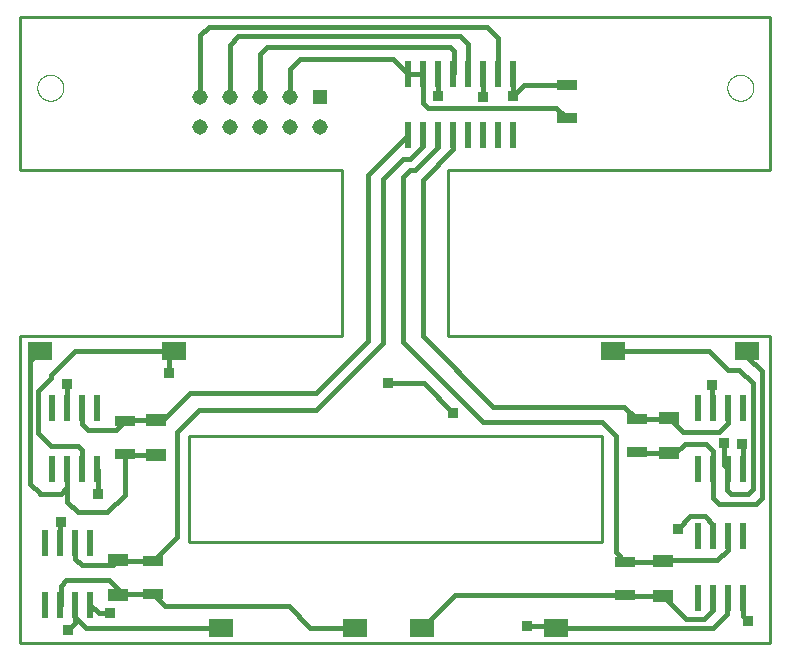
<source format=gtl>
G75*
%MOIN*%
%OFA0B0*%
%FSLAX25Y25*%
%IPPOS*%
%LPD*%
%AMOC8*
5,1,8,0,0,1.08239X$1,22.5*
%
%ADD10C,0.01000*%
%ADD11C,0.00000*%
%ADD12R,0.07100X0.03600*%
%ADD13R,0.02362X0.08661*%
%ADD14R,0.06900X0.04400*%
%ADD15R,0.08000X0.06000*%
%ADD16C,0.05150*%
%ADD17R,0.05150X0.05150*%
%ADD18R,0.03569X0.03569*%
%ADD19C,0.01600*%
D10*
X0002340Y0002717D02*
X0002340Y0105079D01*
X0109623Y0105079D01*
X0109623Y0160197D01*
X0002340Y0160197D01*
X0002340Y0211378D01*
X0252340Y0211378D01*
X0252340Y0160197D01*
X0145056Y0160197D01*
X0145056Y0105079D01*
X0252340Y0105079D01*
X0252340Y0002717D01*
X0002340Y0002717D01*
X0058442Y0036181D02*
X0058442Y0071614D01*
X0196238Y0071614D01*
X0196238Y0036181D01*
X0058442Y0036181D01*
D11*
X0008009Y0187717D02*
X0008011Y0187848D01*
X0008017Y0187980D01*
X0008027Y0188111D01*
X0008041Y0188242D01*
X0008059Y0188372D01*
X0008081Y0188501D01*
X0008106Y0188630D01*
X0008136Y0188758D01*
X0008170Y0188885D01*
X0008207Y0189012D01*
X0008248Y0189136D01*
X0008293Y0189260D01*
X0008342Y0189382D01*
X0008394Y0189503D01*
X0008450Y0189621D01*
X0008510Y0189739D01*
X0008573Y0189854D01*
X0008640Y0189967D01*
X0008710Y0190079D01*
X0008783Y0190188D01*
X0008859Y0190294D01*
X0008939Y0190399D01*
X0009022Y0190501D01*
X0009108Y0190600D01*
X0009197Y0190697D01*
X0009289Y0190791D01*
X0009384Y0190882D01*
X0009481Y0190971D01*
X0009581Y0191056D01*
X0009684Y0191138D01*
X0009789Y0191217D01*
X0009896Y0191293D01*
X0010006Y0191365D01*
X0010118Y0191434D01*
X0010232Y0191500D01*
X0010347Y0191562D01*
X0010465Y0191621D01*
X0010584Y0191676D01*
X0010705Y0191728D01*
X0010828Y0191775D01*
X0010952Y0191819D01*
X0011077Y0191860D01*
X0011203Y0191896D01*
X0011331Y0191929D01*
X0011459Y0191957D01*
X0011588Y0191982D01*
X0011718Y0192003D01*
X0011848Y0192020D01*
X0011979Y0192033D01*
X0012110Y0192042D01*
X0012241Y0192047D01*
X0012373Y0192048D01*
X0012504Y0192045D01*
X0012636Y0192038D01*
X0012767Y0192027D01*
X0012897Y0192012D01*
X0013027Y0191993D01*
X0013157Y0191970D01*
X0013285Y0191944D01*
X0013413Y0191913D01*
X0013540Y0191878D01*
X0013666Y0191840D01*
X0013790Y0191798D01*
X0013914Y0191752D01*
X0014035Y0191702D01*
X0014155Y0191649D01*
X0014274Y0191592D01*
X0014391Y0191532D01*
X0014505Y0191468D01*
X0014618Y0191400D01*
X0014729Y0191329D01*
X0014838Y0191255D01*
X0014944Y0191178D01*
X0015048Y0191097D01*
X0015149Y0191014D01*
X0015248Y0190927D01*
X0015344Y0190837D01*
X0015437Y0190744D01*
X0015528Y0190649D01*
X0015615Y0190551D01*
X0015700Y0190450D01*
X0015781Y0190347D01*
X0015859Y0190241D01*
X0015934Y0190133D01*
X0016006Y0190023D01*
X0016074Y0189911D01*
X0016139Y0189797D01*
X0016200Y0189680D01*
X0016258Y0189562D01*
X0016312Y0189442D01*
X0016363Y0189321D01*
X0016410Y0189198D01*
X0016453Y0189074D01*
X0016492Y0188949D01*
X0016528Y0188822D01*
X0016559Y0188694D01*
X0016587Y0188566D01*
X0016611Y0188437D01*
X0016631Y0188307D01*
X0016647Y0188176D01*
X0016659Y0188045D01*
X0016667Y0187914D01*
X0016671Y0187783D01*
X0016671Y0187651D01*
X0016667Y0187520D01*
X0016659Y0187389D01*
X0016647Y0187258D01*
X0016631Y0187127D01*
X0016611Y0186997D01*
X0016587Y0186868D01*
X0016559Y0186740D01*
X0016528Y0186612D01*
X0016492Y0186485D01*
X0016453Y0186360D01*
X0016410Y0186236D01*
X0016363Y0186113D01*
X0016312Y0185992D01*
X0016258Y0185872D01*
X0016200Y0185754D01*
X0016139Y0185637D01*
X0016074Y0185523D01*
X0016006Y0185411D01*
X0015934Y0185301D01*
X0015859Y0185193D01*
X0015781Y0185087D01*
X0015700Y0184984D01*
X0015615Y0184883D01*
X0015528Y0184785D01*
X0015437Y0184690D01*
X0015344Y0184597D01*
X0015248Y0184507D01*
X0015149Y0184420D01*
X0015048Y0184337D01*
X0014944Y0184256D01*
X0014838Y0184179D01*
X0014729Y0184105D01*
X0014618Y0184034D01*
X0014506Y0183966D01*
X0014391Y0183902D01*
X0014274Y0183842D01*
X0014155Y0183785D01*
X0014035Y0183732D01*
X0013914Y0183682D01*
X0013790Y0183636D01*
X0013666Y0183594D01*
X0013540Y0183556D01*
X0013413Y0183521D01*
X0013285Y0183490D01*
X0013157Y0183464D01*
X0013027Y0183441D01*
X0012897Y0183422D01*
X0012767Y0183407D01*
X0012636Y0183396D01*
X0012504Y0183389D01*
X0012373Y0183386D01*
X0012241Y0183387D01*
X0012110Y0183392D01*
X0011979Y0183401D01*
X0011848Y0183414D01*
X0011718Y0183431D01*
X0011588Y0183452D01*
X0011459Y0183477D01*
X0011331Y0183505D01*
X0011203Y0183538D01*
X0011077Y0183574D01*
X0010952Y0183615D01*
X0010828Y0183659D01*
X0010705Y0183706D01*
X0010584Y0183758D01*
X0010465Y0183813D01*
X0010347Y0183872D01*
X0010232Y0183934D01*
X0010118Y0184000D01*
X0010006Y0184069D01*
X0009896Y0184141D01*
X0009789Y0184217D01*
X0009684Y0184296D01*
X0009581Y0184378D01*
X0009481Y0184463D01*
X0009384Y0184552D01*
X0009289Y0184643D01*
X0009197Y0184737D01*
X0009108Y0184834D01*
X0009022Y0184933D01*
X0008939Y0185035D01*
X0008859Y0185140D01*
X0008783Y0185246D01*
X0008710Y0185355D01*
X0008640Y0185467D01*
X0008573Y0185580D01*
X0008510Y0185695D01*
X0008450Y0185813D01*
X0008394Y0185931D01*
X0008342Y0186052D01*
X0008293Y0186174D01*
X0008248Y0186298D01*
X0008207Y0186422D01*
X0008170Y0186549D01*
X0008136Y0186676D01*
X0008106Y0186804D01*
X0008081Y0186933D01*
X0008059Y0187062D01*
X0008041Y0187192D01*
X0008027Y0187323D01*
X0008017Y0187454D01*
X0008011Y0187586D01*
X0008009Y0187717D01*
X0238009Y0187717D02*
X0238011Y0187848D01*
X0238017Y0187980D01*
X0238027Y0188111D01*
X0238041Y0188242D01*
X0238059Y0188372D01*
X0238081Y0188501D01*
X0238106Y0188630D01*
X0238136Y0188758D01*
X0238170Y0188885D01*
X0238207Y0189012D01*
X0238248Y0189136D01*
X0238293Y0189260D01*
X0238342Y0189382D01*
X0238394Y0189503D01*
X0238450Y0189621D01*
X0238510Y0189739D01*
X0238573Y0189854D01*
X0238640Y0189967D01*
X0238710Y0190079D01*
X0238783Y0190188D01*
X0238859Y0190294D01*
X0238939Y0190399D01*
X0239022Y0190501D01*
X0239108Y0190600D01*
X0239197Y0190697D01*
X0239289Y0190791D01*
X0239384Y0190882D01*
X0239481Y0190971D01*
X0239581Y0191056D01*
X0239684Y0191138D01*
X0239789Y0191217D01*
X0239896Y0191293D01*
X0240006Y0191365D01*
X0240118Y0191434D01*
X0240232Y0191500D01*
X0240347Y0191562D01*
X0240465Y0191621D01*
X0240584Y0191676D01*
X0240705Y0191728D01*
X0240828Y0191775D01*
X0240952Y0191819D01*
X0241077Y0191860D01*
X0241203Y0191896D01*
X0241331Y0191929D01*
X0241459Y0191957D01*
X0241588Y0191982D01*
X0241718Y0192003D01*
X0241848Y0192020D01*
X0241979Y0192033D01*
X0242110Y0192042D01*
X0242241Y0192047D01*
X0242373Y0192048D01*
X0242504Y0192045D01*
X0242636Y0192038D01*
X0242767Y0192027D01*
X0242897Y0192012D01*
X0243027Y0191993D01*
X0243157Y0191970D01*
X0243285Y0191944D01*
X0243413Y0191913D01*
X0243540Y0191878D01*
X0243666Y0191840D01*
X0243790Y0191798D01*
X0243914Y0191752D01*
X0244035Y0191702D01*
X0244155Y0191649D01*
X0244274Y0191592D01*
X0244391Y0191532D01*
X0244505Y0191468D01*
X0244618Y0191400D01*
X0244729Y0191329D01*
X0244838Y0191255D01*
X0244944Y0191178D01*
X0245048Y0191097D01*
X0245149Y0191014D01*
X0245248Y0190927D01*
X0245344Y0190837D01*
X0245437Y0190744D01*
X0245528Y0190649D01*
X0245615Y0190551D01*
X0245700Y0190450D01*
X0245781Y0190347D01*
X0245859Y0190241D01*
X0245934Y0190133D01*
X0246006Y0190023D01*
X0246074Y0189911D01*
X0246139Y0189797D01*
X0246200Y0189680D01*
X0246258Y0189562D01*
X0246312Y0189442D01*
X0246363Y0189321D01*
X0246410Y0189198D01*
X0246453Y0189074D01*
X0246492Y0188949D01*
X0246528Y0188822D01*
X0246559Y0188694D01*
X0246587Y0188566D01*
X0246611Y0188437D01*
X0246631Y0188307D01*
X0246647Y0188176D01*
X0246659Y0188045D01*
X0246667Y0187914D01*
X0246671Y0187783D01*
X0246671Y0187651D01*
X0246667Y0187520D01*
X0246659Y0187389D01*
X0246647Y0187258D01*
X0246631Y0187127D01*
X0246611Y0186997D01*
X0246587Y0186868D01*
X0246559Y0186740D01*
X0246528Y0186612D01*
X0246492Y0186485D01*
X0246453Y0186360D01*
X0246410Y0186236D01*
X0246363Y0186113D01*
X0246312Y0185992D01*
X0246258Y0185872D01*
X0246200Y0185754D01*
X0246139Y0185637D01*
X0246074Y0185523D01*
X0246006Y0185411D01*
X0245934Y0185301D01*
X0245859Y0185193D01*
X0245781Y0185087D01*
X0245700Y0184984D01*
X0245615Y0184883D01*
X0245528Y0184785D01*
X0245437Y0184690D01*
X0245344Y0184597D01*
X0245248Y0184507D01*
X0245149Y0184420D01*
X0245048Y0184337D01*
X0244944Y0184256D01*
X0244838Y0184179D01*
X0244729Y0184105D01*
X0244618Y0184034D01*
X0244506Y0183966D01*
X0244391Y0183902D01*
X0244274Y0183842D01*
X0244155Y0183785D01*
X0244035Y0183732D01*
X0243914Y0183682D01*
X0243790Y0183636D01*
X0243666Y0183594D01*
X0243540Y0183556D01*
X0243413Y0183521D01*
X0243285Y0183490D01*
X0243157Y0183464D01*
X0243027Y0183441D01*
X0242897Y0183422D01*
X0242767Y0183407D01*
X0242636Y0183396D01*
X0242504Y0183389D01*
X0242373Y0183386D01*
X0242241Y0183387D01*
X0242110Y0183392D01*
X0241979Y0183401D01*
X0241848Y0183414D01*
X0241718Y0183431D01*
X0241588Y0183452D01*
X0241459Y0183477D01*
X0241331Y0183505D01*
X0241203Y0183538D01*
X0241077Y0183574D01*
X0240952Y0183615D01*
X0240828Y0183659D01*
X0240705Y0183706D01*
X0240584Y0183758D01*
X0240465Y0183813D01*
X0240347Y0183872D01*
X0240232Y0183934D01*
X0240118Y0184000D01*
X0240006Y0184069D01*
X0239896Y0184141D01*
X0239789Y0184217D01*
X0239684Y0184296D01*
X0239581Y0184378D01*
X0239481Y0184463D01*
X0239384Y0184552D01*
X0239289Y0184643D01*
X0239197Y0184737D01*
X0239108Y0184834D01*
X0239022Y0184933D01*
X0238939Y0185035D01*
X0238859Y0185140D01*
X0238783Y0185246D01*
X0238710Y0185355D01*
X0238640Y0185467D01*
X0238573Y0185580D01*
X0238510Y0185695D01*
X0238450Y0185813D01*
X0238394Y0185931D01*
X0238342Y0186052D01*
X0238293Y0186174D01*
X0238248Y0186298D01*
X0238207Y0186422D01*
X0238170Y0186549D01*
X0238136Y0186676D01*
X0238106Y0186804D01*
X0238081Y0186933D01*
X0238059Y0187062D01*
X0238041Y0187192D01*
X0238027Y0187323D01*
X0238017Y0187454D01*
X0238011Y0187586D01*
X0238009Y0187717D01*
D12*
X0184541Y0188477D03*
X0184541Y0177477D03*
X0207930Y0077238D03*
X0207930Y0066238D03*
X0203919Y0029642D03*
X0203919Y0018642D03*
X0046513Y0018949D03*
X0046513Y0029949D03*
X0037202Y0065608D03*
X0037202Y0076608D03*
D13*
X0028039Y0081102D03*
X0023039Y0081102D03*
X0018039Y0081102D03*
X0013039Y0081102D03*
X0013039Y0060630D03*
X0018039Y0060630D03*
X0023039Y0060630D03*
X0028039Y0060630D03*
X0025667Y0035827D03*
X0020667Y0035827D03*
X0015667Y0035827D03*
X0010667Y0035827D03*
X0010667Y0015354D03*
X0015667Y0015354D03*
X0020667Y0015354D03*
X0025667Y0015354D03*
X0131564Y0171832D03*
X0136564Y0171832D03*
X0141564Y0171832D03*
X0146564Y0171832D03*
X0151564Y0171832D03*
X0156564Y0171832D03*
X0161564Y0171832D03*
X0166564Y0171832D03*
X0166564Y0192305D03*
X0161564Y0192305D03*
X0156564Y0192305D03*
X0151564Y0192305D03*
X0146564Y0192305D03*
X0141564Y0192305D03*
X0136564Y0192305D03*
X0131564Y0192305D03*
X0228147Y0081102D03*
X0233147Y0081102D03*
X0238147Y0081102D03*
X0243147Y0081102D03*
X0243147Y0060630D03*
X0238147Y0060630D03*
X0233147Y0060630D03*
X0228147Y0060630D03*
X0228147Y0038268D03*
X0233147Y0038268D03*
X0238147Y0038268D03*
X0243147Y0038268D03*
X0243147Y0017795D03*
X0238147Y0017795D03*
X0233147Y0017795D03*
X0228147Y0017795D03*
D14*
X0216659Y0018353D03*
X0216659Y0029953D03*
X0218553Y0066099D03*
X0218553Y0077699D03*
X0047467Y0076818D03*
X0047467Y0065218D03*
X0034993Y0030202D03*
X0034993Y0018602D03*
D15*
X0069331Y0007717D03*
X0113993Y0007717D03*
X0136260Y0007717D03*
X0180923Y0007717D03*
X0199978Y0100079D03*
X0244640Y0100079D03*
X0053695Y0100079D03*
X0009033Y0100079D03*
D16*
X0062243Y0174756D03*
X0062243Y0184756D03*
X0072243Y0184756D03*
X0082243Y0184756D03*
X0092243Y0184756D03*
X0092243Y0174756D03*
X0082243Y0174756D03*
X0072243Y0174756D03*
X0102243Y0174756D03*
D17*
X0102243Y0184756D03*
D18*
X0141440Y0184917D03*
X0156540Y0184617D03*
X0166540Y0184817D03*
X0051940Y0092517D03*
X0018040Y0089017D03*
X0028240Y0052417D03*
X0015840Y0043117D03*
X0032340Y0012517D03*
X0018240Y0006817D03*
X0125040Y0089317D03*
X0146640Y0079417D03*
X0221540Y0040717D03*
X0236840Y0069417D03*
X0242740Y0069017D03*
X0233040Y0088617D03*
X0244840Y0010017D03*
X0171340Y0008217D03*
D19*
X0180423Y0008217D01*
X0180923Y0007717D01*
X0233340Y0007717D01*
X0238040Y0012417D01*
X0238040Y0017688D01*
X0238147Y0017795D01*
X0243147Y0017795D02*
X0243147Y0011709D01*
X0244840Y0010017D01*
X0233147Y0013524D02*
X0230340Y0010717D01*
X0224295Y0010717D01*
X0216659Y0018353D01*
X0204208Y0018353D01*
X0203919Y0018642D01*
X0147186Y0018642D01*
X0136260Y0007717D01*
X0113993Y0007717D02*
X0099040Y0007717D01*
X0091740Y0015017D01*
X0050445Y0015017D01*
X0046513Y0018949D01*
X0035339Y0018949D01*
X0034993Y0018602D01*
X0034993Y0020564D01*
X0032040Y0023517D01*
X0017540Y0023517D01*
X0015740Y0021717D01*
X0015740Y0015428D01*
X0015667Y0015354D01*
X0020640Y0015328D02*
X0020640Y0011417D01*
X0020640Y0009217D01*
X0018240Y0006817D01*
X0020640Y0011417D02*
X0024340Y0007717D01*
X0069331Y0007717D01*
X0046513Y0029949D02*
X0054440Y0037876D01*
X0054440Y0073117D01*
X0061740Y0080417D01*
X0101040Y0080417D01*
X0123140Y0102517D01*
X0123140Y0157217D01*
X0129840Y0163917D01*
X0132340Y0163917D01*
X0136564Y0168141D01*
X0136564Y0171832D01*
X0141540Y0171808D02*
X0141540Y0167817D01*
X0133920Y0160197D01*
X0132261Y0160197D01*
X0130040Y0157976D01*
X0130040Y0102917D01*
X0156640Y0076317D01*
X0196140Y0076317D01*
X0200740Y0071717D01*
X0200740Y0032821D01*
X0203919Y0029642D01*
X0216348Y0029642D01*
X0216659Y0029953D01*
X0216982Y0030276D01*
X0234623Y0030276D01*
X0238147Y0033799D01*
X0238147Y0038268D01*
X0233147Y0038268D02*
X0233147Y0042109D01*
X0230440Y0044817D01*
X0225640Y0044817D01*
X0221540Y0040717D01*
X0233140Y0051117D02*
X0233140Y0060623D01*
X0233147Y0060630D01*
X0233240Y0060723D01*
X0233240Y0066717D01*
X0230840Y0069117D01*
X0223740Y0069117D01*
X0220723Y0066099D01*
X0218553Y0066099D01*
X0208069Y0066099D01*
X0207930Y0066238D01*
X0207930Y0077238D02*
X0203712Y0081457D01*
X0159820Y0081457D01*
X0136440Y0104837D01*
X0136440Y0157117D01*
X0146564Y0167241D01*
X0146564Y0171832D01*
X0141564Y0171832D02*
X0141540Y0171808D01*
X0131564Y0171832D02*
X0118340Y0158608D01*
X0118340Y0103417D01*
X0100940Y0086017D01*
X0059040Y0086017D01*
X0049841Y0076818D01*
X0047467Y0076818D01*
X0037412Y0076818D01*
X0037202Y0076608D01*
X0034211Y0073617D01*
X0024940Y0073617D01*
X0023039Y0075517D01*
X0023039Y0081102D01*
X0018040Y0081103D02*
X0018039Y0081102D01*
X0018040Y0081103D02*
X0018040Y0089017D01*
X0012540Y0091017D02*
X0008240Y0086717D01*
X0008240Y0072617D01*
X0012440Y0068417D01*
X0021440Y0068417D01*
X0022940Y0066917D01*
X0022940Y0060729D01*
X0023039Y0060630D01*
X0018039Y0060630D02*
X0018039Y0049617D01*
X0021440Y0046217D01*
X0031240Y0046217D01*
X0037140Y0052117D01*
X0037140Y0065546D01*
X0037202Y0065608D01*
X0037592Y0065218D01*
X0047467Y0065218D01*
X0028240Y0060429D02*
X0028240Y0052417D01*
X0028240Y0060429D02*
X0028039Y0060630D01*
X0018039Y0060630D02*
X0017940Y0060531D01*
X0017940Y0054617D01*
X0015740Y0052417D01*
X0008740Y0052417D01*
X0008740Y0052517D01*
X0005540Y0055717D01*
X0005540Y0096586D01*
X0009033Y0100079D01*
X0012540Y0091917D02*
X0012540Y0091017D01*
X0012540Y0091917D02*
X0020702Y0100079D01*
X0053695Y0100079D01*
X0051940Y0098324D01*
X0051940Y0092517D01*
X0015840Y0043117D02*
X0015667Y0042943D01*
X0015667Y0035827D01*
X0020667Y0035827D02*
X0020667Y0030690D01*
X0022840Y0028517D01*
X0033307Y0028517D01*
X0034993Y0030202D01*
X0035246Y0029949D01*
X0046513Y0029949D01*
X0032340Y0012517D02*
X0028504Y0012517D01*
X0025667Y0015354D01*
X0020667Y0015354D02*
X0020640Y0015328D01*
X0125040Y0089317D02*
X0136740Y0089317D01*
X0146640Y0079417D01*
X0199978Y0100079D02*
X0231778Y0100079D01*
X0238240Y0093617D01*
X0242040Y0093617D01*
X0246540Y0089417D01*
X0246540Y0053817D01*
X0244840Y0052417D01*
X0239340Y0052417D01*
X0238040Y0053717D01*
X0238040Y0060523D01*
X0238147Y0060630D01*
X0236840Y0061937D01*
X0236840Y0069417D01*
X0235240Y0073017D02*
X0223236Y0073017D01*
X0218553Y0077699D01*
X0218092Y0077238D01*
X0207930Y0077238D01*
X0233040Y0081209D02*
X0233147Y0081102D01*
X0233040Y0081209D02*
X0233040Y0088617D01*
X0238147Y0081102D02*
X0238147Y0075924D01*
X0235240Y0073017D01*
X0242740Y0069017D02*
X0243147Y0068609D01*
X0243147Y0060630D01*
X0233140Y0051117D02*
X0235240Y0049017D01*
X0247640Y0049017D01*
X0249440Y0050817D01*
X0249440Y0093217D01*
X0244640Y0098017D01*
X0244640Y0100079D01*
X0184541Y0177477D02*
X0180902Y0181117D01*
X0138240Y0181117D01*
X0136564Y0182792D01*
X0136564Y0192305D01*
X0131564Y0192305D01*
X0126552Y0197317D01*
X0095640Y0197317D01*
X0092243Y0193920D01*
X0092243Y0184756D01*
X0082243Y0184756D02*
X0082243Y0199020D01*
X0084440Y0201217D01*
X0145640Y0201217D01*
X0146840Y0200017D01*
X0146840Y0192580D01*
X0146564Y0192305D01*
X0141564Y0192305D02*
X0141440Y0192180D01*
X0141440Y0184917D01*
X0151564Y0192305D02*
X0151640Y0192380D01*
X0151640Y0202217D01*
X0148940Y0204917D01*
X0075040Y0204917D01*
X0072243Y0202120D01*
X0072243Y0184756D01*
X0062243Y0184756D02*
X0062243Y0205220D01*
X0065140Y0208117D01*
X0157740Y0208117D01*
X0161540Y0204317D01*
X0161540Y0192329D01*
X0161564Y0192305D01*
X0166540Y0192280D02*
X0166564Y0192305D01*
X0166540Y0192280D02*
X0166540Y0184817D01*
X0170201Y0188477D01*
X0184541Y0188477D01*
X0156564Y0192305D02*
X0156540Y0192280D01*
X0156540Y0184617D01*
X0233147Y0017795D02*
X0233147Y0013524D01*
M02*

</source>
